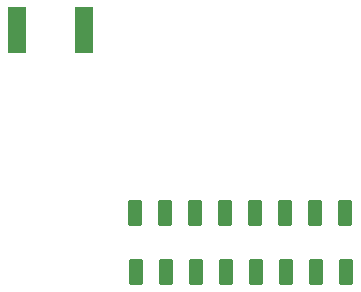
<source format=gbs>
%TF.GenerationSoftware,KiCad,Pcbnew,7.0.1*%
%TF.CreationDate,2024-02-15T14:31:57+01:00*%
%TF.ProjectId,pi4-sensorleap-v1,7069342d-7365-46e7-936f-726c6561702d,rev?*%
%TF.SameCoordinates,Original*%
%TF.FileFunction,Soldermask,Bot*%
%TF.FilePolarity,Negative*%
%FSLAX46Y46*%
G04 Gerber Fmt 4.6, Leading zero omitted, Abs format (unit mm)*
G04 Created by KiCad (PCBNEW 7.0.1) date 2024-02-15 14:31:57*
%MOMM*%
%LPD*%
G01*
G04 APERTURE LIST*
G04 Aperture macros list*
%AMRoundRect*
0 Rectangle with rounded corners*
0 $1 Rounding radius*
0 $2 $3 $4 $5 $6 $7 $8 $9 X,Y pos of 4 corners*
0 Add a 4 corners polygon primitive as box body*
4,1,4,$2,$3,$4,$5,$6,$7,$8,$9,$2,$3,0*
0 Add four circle primitives for the rounded corners*
1,1,$1+$1,$2,$3*
1,1,$1+$1,$4,$5*
1,1,$1+$1,$6,$7*
1,1,$1+$1,$8,$9*
0 Add four rect primitives between the rounded corners*
20,1,$1+$1,$2,$3,$4,$5,0*
20,1,$1+$1,$4,$5,$6,$7,0*
20,1,$1+$1,$6,$7,$8,$9,0*
20,1,$1+$1,$8,$9,$2,$3,0*%
G04 Aperture macros list end*
%ADD10R,1.500000X4.000000*%
%ADD11RoundRect,0.133333X-0.466667X-0.966667X0.466667X-0.966667X0.466667X0.966667X-0.466667X0.966667X0*%
G04 APERTURE END LIST*
D10*
%TO.C,J1*%
X68600000Y-42000000D03*
X74200000Y-42000000D03*
%TD*%
D11*
%TO.C,J2*%
X96380000Y-62500000D03*
X96370000Y-57500000D03*
X93840000Y-62500000D03*
X93830000Y-57500000D03*
X91300000Y-62500000D03*
X91290000Y-57500000D03*
X88760000Y-62500000D03*
X88750000Y-57500000D03*
X86220000Y-62500000D03*
X86210000Y-57500000D03*
X83680000Y-62500000D03*
X83670000Y-57500000D03*
X81140000Y-62500000D03*
X81130000Y-57500000D03*
X78600000Y-62500000D03*
X78590000Y-57500000D03*
%TD*%
M02*

</source>
